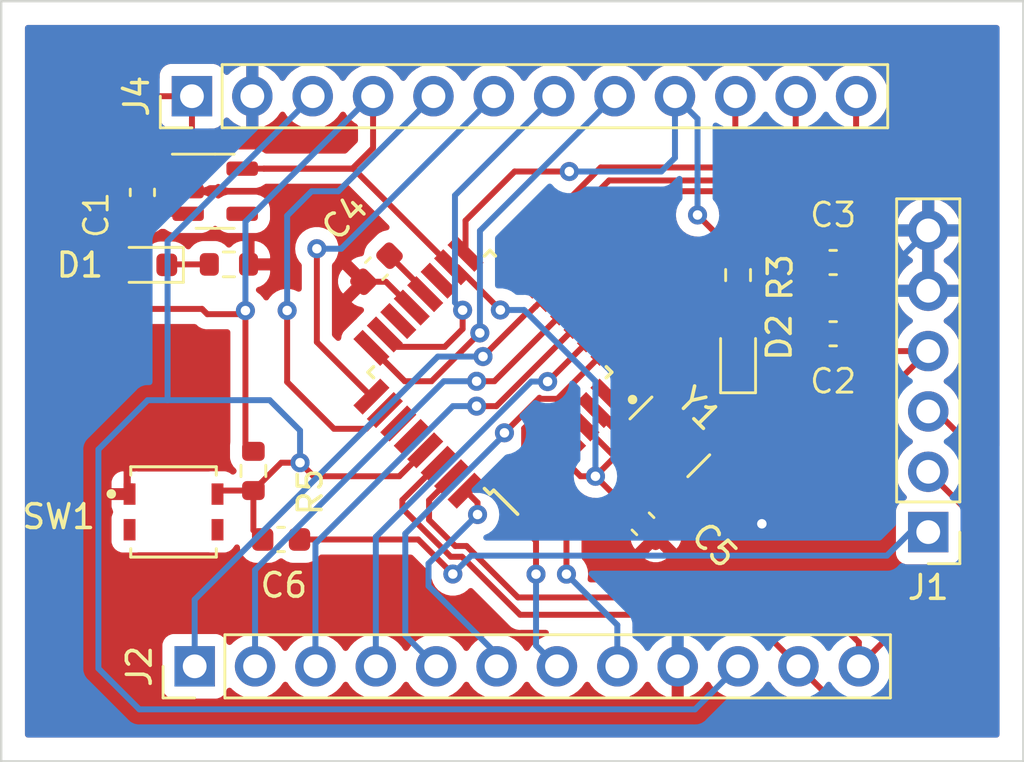
<source format=kicad_pcb>
(kicad_pcb (version 20211014) (generator pcbnew)
  (layers (0 "F.Cu" signal) (31 "B.Cu" signal) (34 "B.Paste" user) (35 "F.Paste" user) (36 "B.SilkS" user "B.Silkscreen") (37 "F.SilkS" user "F.Silkscreen") (38 "B.Mask" user) (39 "F.Mask" user) (44 "Edge.Cuts" user))
  (net 0 "")
  (net 1 "RAW")
  (net 2 "GND")
  (net 3 "VCC")
  (net 4 "Net-(C4-Pad1)")
  (net 5 "DTR")
  (net 6 "Net-(D1-Pad1)")
  (net 7 "Net-(D2-Pad2)")
  (net 8 "TX0")
  (net 9 "RXI")
  (net 10 "D9")
  (net 11 "D8")
  (net 12 "D7")
  (net 13 "D6")
  (net 14 "D5")
  (net 15 "D4")
  (net 16 "D3")
  (net 17 "D2")
  (net 18 "RESET")
  (net 19 "A3")
  (net 20 "A2")
  (net 21 "A1")
  (net 22 "A0")
  (net 23 "SCK")
  (net 24 "MISO")
  (net 25 "MOSI")
  (net 26 "D10")
  (net 27 "A7")
  (net 28 "A6")
  (net 29 "NC")
  (net 30 "Net-(U2-Pad7)")
  (net 33 "Net-(U2-Pad8)")
  (footprint "Connector_PinHeader_2.54mm:PinHeader_1x06_P2.54mm_Vertical" (layer "F.Cu") (at 174 84.35 180)
    (fp_text reference "J1" (at 0 -2.33) (layer "F.SilkS"))
    (fp_text value "Conn_01x06" hide)
    (fp_line (start -1.33 -1.33) (end 0 -1.33) (layer "F.SilkS") (width 0.12))
    (fp_line (start 1.33 1.27) (end 1.33 14.03) (layer "F.SilkS") (width 0.12))
    (fp_line (start -1.33 0) (end -1.33 -1.33) (layer "F.SilkS") (width 0.12))
    (fp_line (start -1.33 14.03) (end 1.33 14.03) (layer "F.SilkS") (width 0.12))
    (fp_line (start -1.33 1.27) (end 1.33 1.27) (layer "F.SilkS") (width 0.12))
    (fp_line (start -1.33 1.27) (end -1.33 14.03) (layer "F.SilkS") (width 0.12))
    (pad "1" thru_hole rect (at 0 0 180) (size 1.7 1.7) (drill 1) (layers *.Cu *.Mask) (net 5 "DTR"))
    (pad "2" thru_hole oval (at 0 2.54 180) (size 1.7 1.7) (drill 1) (layers *.Cu *.Mask) (net 8 "TX0"))
    (pad "3" thru_hole oval (at 0 5.08 180) (size 1.7 1.7) (drill 1) (layers *.Cu *.Mask) (net 9 "RXI"))
    (pad "4" thru_hole oval (at 0 7.62 180) (size 1.7 1.7) (drill 1) (layers *.Cu *.Mask) (net 3 "VCC"))
    (pad "5" thru_hole oval (at 0 10.16 180) (size 1.7 1.7) (drill 1) (layers *.Cu *.Mask) (net 2 "GND"))
    (pad "6" thru_hole oval (at 0 12.7 180) (size 1.7 1.7) (drill 1) (layers *.Cu *.Mask) (net 2 "GND"))
  )
  (footprint "Capacitor_SMD:C_0603_1608Metric" (layer "F.Cu") (at 170 76 180)
    (fp_text reference "C2" (at 0 -2) (layer "F.SilkS") (effects (font (thickness 0.125))))
    (fp_text value "10uF" hide)
    (fp_line (start -0.14058 0.51) (end 0.14058 0.51) (layer "F.SilkS") (width 0.12))
    (fp_line (start -0.14058 -0.51) (end 0.14058 -0.51) (layer "F.SilkS") (width 0.12))
    (pad "1" smd roundrect (at -0.775 0 180) (size 0.9 0.95) (layers "F.Cu" "F.Paste" "F.Mask") (net 3 "VCC"))
    (pad "2" smd roundrect (at 0.775 0 180) (size 0.9 0.95) (layers "F.Cu" "F.Paste" "F.Mask") (net 2 "GND"))
  )
  (footprint "Capacitor_SMD:C_0603_1608Metric" (layer "F.Cu") (at 146.775 84.66)
    (fp_text reference "C6" (at 0.115 1.93) (layer "F.SilkS"))
    (fp_text value "C_Small" hide)
    (fp_line (start -0.14058 -0.51) (end 0.14058 -0.51) (layer "F.SilkS") (width 0.12))
    (fp_line (start -0.14058 0.51) (end 0.14058 0.51) (layer "F.SilkS") (width 0.12))
    (pad "1" smd roundrect (at -0.775 0) (size 0.9 0.95) (layers "F.Cu" "F.Paste" "F.Mask") (net 18 "RESET"))
    (pad "2" smd roundrect (at 0.775 0) (size 0.9 0.95) (layers "F.Cu" "F.Paste" "F.Mask") (net 5 "DTR"))
  )
  (footprint "Resistor_SMD:R_0603_1608Metric" (layer "F.Cu") (at 166 73.53 -90)
    (fp_text reference "R3" (at 0.1 -1.77 90) (layer "F.SilkS"))
    (fp_text value "R" hide)
    (fp_line (start -0.237258 -0.5225) (end 0.237258 -0.5225) (layer "F.SilkS") (width 0.12))
    (fp_line (start -0.237258 0.5225) (end 0.237258 0.5225) (layer "F.SilkS") (width 0.12))
    (pad "1" smd roundrect (at -0.825 0 270) (size 0.8 0.95) (layers "F.Cu" "F.Paste" "F.Mask") (net 23 "SCK"))
    (pad "2" smd roundrect (at 0.825 0 270) (size 0.8 0.95) (layers "F.Cu" "F.Paste" "F.Mask") (net 7 "Net-(D2-Pad2)"))
  )
  (footprint "Package_TO_SOT_SMD:SOT-23-5" (layer "F.Cu") (at 144 70)
    (fp_text reference "U1" hide)
    (fp_text value "MIC5205-5.0YM5" hide)
    (fp_line (start 0 -1.56) (end 0.8 -1.56) (layer "F.SilkS") (width 0.12))
    (fp_line (start 0 1.56) (end 0.8 1.56) (layer "F.SilkS") (width 0.12))
    (fp_line (start 0 -1.56) (end -1.8 -1.56) (layer "F.SilkS") (width 0.12))
    (fp_line (start 0 1.56) (end -0.8 1.56) (layer "F.SilkS") (width 0.12))
    (pad "1" smd roundrect (at -1.1375 -0.95) (size 1.325 0.6) (layers "F.Cu" "F.Paste" "F.Mask") (net 1 "RAW"))
    (pad "2" smd roundrect (at -1.1375 0) (size 1.325 0.6) (layers "F.Cu" "F.Paste" "F.Mask") (net 2 "GND"))
    (pad "3" smd roundrect (at -1.1375 0.95) (size 1.325 0.6) (layers "F.Cu" "F.Paste" "F.Mask") (net 1 "RAW"))
    (pad "4" smd roundrect (at 1.1375 0.95) (size 1.325 0.6) (layers "F.Cu" "F.Paste" "F.Mask") (net 29 "NC"))
    (pad "5" smd roundrect (at 1.1375 -0.95) (size 1.325 0.6) (layers "F.Cu" "F.Paste" "F.Mask") (net 3 "VCC"))
  )
  (footprint "Package_QFP:TQFP-32_7x7mm_P0.8mm" (layer "F.Cu") (at 155.56 77.62 135)
    (fp_text reference "U2" hide)
    (fp_text value "ATmega328P-A" hide)
    (fp_line (start 3.625 -3.625) (end 3.625 -3.3) (layer "F.SilkS") (width 0.15))
    (fp_line (start -3.625 -3.625) (end -3.3 -3.625) (layer "F.SilkS") (width 0.15))
    (fp_line (start -3.625 -3.625) (end -3.625 -3.4) (layer "F.SilkS") (width 0.15))
    (fp_line (start 3.625 3.625) (end 3.625 3.3) (layer "F.SilkS") (width 0.15))
    (fp_line (start -3.625 3.625) (end -3.625 3.3) (layer "F.SilkS") (width 0.15))
    (fp_line (start 3.625 -3.625) (end 3.3 -3.625) (layer "F.SilkS") (width 0.15))
    (fp_line (start -3.625 -3.4) (end -5.05 -3.4) (layer "F.SilkS") (width 0.15))
    (fp_line (start -3.625 3.625) (end -3.3 3.625) (layer "F.SilkS") (width 0.15))
    (fp_line (start 3.625 3.625) (end 3.3 3.625) (layer "F.SilkS") (width 0.15))
    (pad "1" smd rect (at -4.25 -2.8 135) (size 1.6 0.55) (layers "F.Cu" "F.Paste" "F.Mask") (net 16 "D3"))
    (pad "2" smd rect (at -4.25 -2 135) (size 1.6 0.55) (layers "F.Cu" "F.Paste" "F.Mask") (net 15 "D4"))
    (pad "3" smd rect (at -4.25 -1.2 135) (size 1.6 0.55) (layers "F.Cu" "F.Paste" "F.Mask") (net 2 "GND"))
    (pad "4" smd rect (at -4.25 -0.4 135) (size 1.6 0.55) (layers "F.Cu" "F.Paste" "F.Mask") (net 3 "VCC"))
    (pad "5" smd rect (at -4.25 0.4 135) (size 1.6 0.55) (layers "F.Cu" "F.Paste" "F.Mask") (net 2 "GND"))
    (pad "6" smd rect (at -4.25 1.2 135) (size 1.6 0.55) (layers "F.Cu" "F.Paste" "F.Mask") (net 3 "VCC"))
    (pad "7" smd rect (at -4.25 2 135) (size 1.6 0.55) (layers "F.Cu" "F.Paste" "F.Mask") (net 30 "Net-(U2-Pad7)"))
    (pad "8" smd rect (at -4.25 2.8 135) (size 1.6 0.55) (layers "F.Cu" "F.Paste" "F.Mask") (net 33 "Net-(U2-Pad8)"))
    (pad "9" smd rect (at -2.8 4.25 225) (size 1.6 0.55) (layers "F.Cu" "F.Paste" "F.Mask") (net 14 "D5"))
    (pad "10" smd rect (at -2 4.25 225) (size 1.6 0.55) (layers "F.Cu" "F.Paste" "F.Mask") (net 13 "D6"))
    (pad "11" smd rect (at -1.2 4.25 225) (size 1.6 0.55) (layers "F.Cu" "F.Paste" "F.Mask") (net 12 "D7"))
    (pad "12" smd rect (at -0.4 4.25 225) (size 1.6 0.55) (layers "F.Cu" "F.Paste" "F.Mask") (net 11 "D8"))
    (pad "13" smd rect (at 0.4 4.25 225) (size 1.6 0.55) (layers "F.Cu" "F.Paste" "F.Mask") (net 10 "D9"))
    (pad "14" smd rect (at 1.2 4.25 225) (size 1.6 0.55) (layers "F.Cu" "F.Paste" "F.Mask") (net 26 "D10"))
    (pad "15" smd rect (at 2 4.25 225) (size 1.6 0.55) (layers "F.Cu" "F.Paste" "F.Mask") (net 25 "MOSI"))
    (pad "16" smd rect (at 2.8 4.25 225) (size 1.6 0.55) (layers "F.Cu" "F.Paste" "F.Mask") (net 24 "MISO"))
    (pad "17" smd rect (at 4.25 2.8 135) (size 1.6 0.55) (layers "F.Cu" "F.Paste" "F.Mask") (net 23 "SCK"))
    (pad "18" smd rect (at 4.25 2 135) (size 1.6 0.55) (layers "F.Cu" "F.Paste" "F.Mask") (net 3 "VCC"))
    (pad "19" smd rect (at 4.25 1.2 135) (size 1.6 0.55) (layers "F.Cu" "F.Paste" "F.Mask") (net 28 "A6"))
    (pad "20" smd rect (at 4.25 0.4 135) (size 1.6 0.55) (layers "F.Cu" "F.Paste" "F.Mask") (net 4 "Net-(C4-Pad1)"))
    (pad "21" smd rect (at 4.25 -0.4 135) (size 1.6 0.55) (layers "F.Cu" "F.Paste" "F.Mask") (net 2 "GND"))
    (pad "22" smd rect (at 4.25 -1.2 135) (size 1.6 0.55) (layers "F.Cu" "F.Paste" "F.Mask") (net 27 "A7"))
    (pad "23" smd rect (at 4.25 -2 135) (size 1.6 0.55) (layers "F.Cu" "F.Paste" "F.Mask") (net 21 "A1"))
    (pad "24" smd rect (at 4.25 -2.8 135) (size 1.6 0.55) (layers "F.Cu" "F.Paste" "F.Mask") (net 22 "A0"))
    (pad "25" smd rect (at 2.8 -4.25 225) (size 1.6 0.55) (layers "F.Cu" "F.Paste" "F.Mask") (net 20 "A2"))
    (pad "26" smd rect (at 2 -4.25 225) (size 1.6 0.55) (layers "F.Cu" "F.Paste" "F.Mask") (net 19 "A3"))
    (pad "27" smd rect (at 1.2 -4.25 225) (size 1.6 0.55) (layers "F.Cu" "F.Paste" "F.Mask"))
    (pad "28" smd rect (at 0.4 -4.25 225) (size 1.6 0.55) (layers "F.Cu" "F.Paste" "F.Mask"))
    (pad "29" smd rect (at -0.4 -4.25 225) (size 1.6 0.55) (layers "F.Cu" "F.Paste" "F.Mask") (net 18 "RESET"))
    (pad "30" smd rect (at -1.2 -4.25 225) (size 1.6 0.55) (layers "F.Cu" "F.Paste" "F.Mask") (net 9 "RXI"))
    (pad "31" smd rect (at -2 -4.25 225) (size 1.6 0.55) (layers "F.Cu" "F.Paste" "F.Mask") (net 8 "TX0"))
    (pad "32" smd rect (at -2.8 -4.25 225) (size 1.6 0.55) (layers "F.Cu" "F.Paste" "F.Mask") (net 17 "D2"))
  )
  (footprint "Connector_PinHeader_2.54mm:PinHeader_1x12_P2.54mm_Vertical" (layer "F.Cu") (at 143.14 90 90)
    (fp_text reference "J2" (at 0 -2.33 90) (layer "F.SilkS"))
    (fp_text value "Conn_01x12" hide)
    (fp_line (start -1.33 29.27) (end 1.33 29.27) (layer "F.SilkS") (width 0.12))
    (fp_line (start -1.33 1.27) (end 1.33 1.27) (layer "F.SilkS") (width 0.12))
    (fp_line (start -1.33 -1.33) (end 0 -1.33) (layer "F.SilkS") (width 0.12))
    (fp_line (start 1.33 1.27) (end 1.33 29.27) (layer "F.SilkS") (width 0.12))
    (fp_line (start -1.33 1.27) (end -1.33 29.27) (layer "F.SilkS") (width 0.12))
    (fp_line (start -1.33 0) (end -1.33 -1.33) (layer "F.SilkS") (width 0.12))
    (pad "1" thru_hole rect (at 0 0 90) (size 1.7 1.7) (drill 1) (layers *.Cu *.Mask) (net 10 "D9"))
    (pad "2" thru_hole oval (at 0 2.54 90) (size 1.7 1.7) (drill 1) (layers *.Cu *.Mask) (net 11 "D8"))
    (pad "3" thru_hole oval (at 0 5.08 90) (size 1.7 1.7) (drill 1) (layers *.Cu *.Mask) (net 12 "D7"))
    (pad "4" thru_hole oval (at 0 7.62 90) (size 1.7 1.7) (drill 1) (layers *.Cu *.Mask) (net 13 "D6"))
    (pad "5" thru_hole oval (at 0 10.16 90) (size 1.7 1.7) (drill 1) (layers *.Cu *.Mask) (net 14 "D5"))
    (pad "6" thru_hole oval (at 0 12.7 90) (size 1.7 1.7) (drill 1) (layers *.Cu *.Mask) (net 17 "D2"))
    (pad "7" thru_hole oval (at 0 15.24 90) (size 1.7 1.7) (drill 1) (layers *.Cu *.Mask) (net 16 "D3"))
    (pad "8" thru_hole oval (at 0 17.78 90) (size 1.7 1.7) (drill 1) (layers *.Cu *.Mask) (net 15 "D4"))
    (pad "9" thru_hole oval (at 0 20.32 90) (size 1.7 1.7) (drill 1) (layers *.Cu *.Mask) (net 2 "GND"))
    (pad "10" thru_hole oval (at 0 22.86 90) (size 1.7 1.7) (drill 1) (layers *.Cu *.Mask) (net 18 "RESET"))
    (pad "11" thru_hole oval (at 0 25.4 90) (size 1.7 1.7) (drill 1) (layers *.Cu *.Mask) (net 9 "RXI"))
    (pad "12" thru_hole oval (at 0 27.94 90) (size 1.7 1.7) (drill 1) (layers *.Cu *.Mask) (net 8 "TX0"))
  )
  (footprint "Library:SW_SOV-168HST" (layer "F.Cu") (at 142.25 83.5)
    (fp_text reference "SW1" (at -4.83 0.2) (layer "F.SilkS"))
    (fp_text value "SW_Push" hide)
    (fp_line (start 1.8 1.9) (end 1.8 1.55) (layer "F.SilkS") (width 0.127))
    (fp_line (start -1.8 1.9) (end -1.8 1.55) (layer "F.SilkS") (width 0.127))
    (fp_line (start 1.8 -1.9) (end 1.8 -1.55) (layer "F.SilkS") (width 0.127))
    (fp_line (start -1.8 -1.9) (end -1.8 -1.55) (layer "F.SilkS") (width 0.127))
    (fp_line (start -1.8 1.9) (end 1.8 1.9) (layer "F.SilkS") (width 0.127))
    (fp_line (start 1.8 -1.9) (end -1.8 -1.9) (layer "F.SilkS") (width 0.127))
    (fp_circle (center -2.618 -0.757) (end -2.518 -0.757) (layer "F.SilkS") (width 0.2) (fill none))
    (pad "" np_thru_hole circle (at -0.75 0) (size 0.65 0.65) (drill 0.65) (layers *.Cu *.Mask))
    (pad "" np_thru_hole circle (at 0.75 0) (size 0.65 0.65) (drill 0.65) (layers *.Cu *.Mask))
    (pad "A1" smd rect (at -1.85 -0.75 180) (size 0.5 0.9) (layers "F.Cu" "F.Paste" "F.Mask") (net 2 "GND"))
    (pad "A2" smd rect (at -1.85 0.75 180) (size 0.5 0.9) (layers "F.Cu" "F.Paste" "F.Mask"))
    (pad "B1" smd rect (at 1.85 -0.75) (size 0.5 0.9) (layers "F.Cu" "F.Paste" "F.Mask") (net 18 "RESET"))
    (pad "B2" smd rect (at 1.85 0.75) (size 0.5 0.9) (layers "F.Cu" "F.Paste" "F.Mask"))
    (zone (net 0) (net_name "") (layer "F.Cu") (connect_pads (clearance 0)) (min_thickness 0.01)
      (keepout (tracks not_allowed) (vias not_allowed) (pads not_allowed) (copperpour not_allowed) (footprints allowed))
      (fill (thermal_gap 0.508) (thermal_bridge_width 0.508))
      (polygon (pts (xy 144.05 81.8) (xy 140.45 81.8) (xy 140.45 82.3) (xy 140.65 82.3) (xy 140.65 83.2) (xy 140.45 83.2) (xy 140.45 83.8) (xy 140.65 83.8) (xy 140.65 84.7) (xy 140.45 84.7) (xy 140.45 85.2) (xy 144.05 85.2) (xy 144.05 84.7) (xy 143.85 84.7) (xy 143.85 83.8) (xy 144.05 83.8) (xy 144.05 83.2) (xy 143.85 83.2) (xy 143.85 82.3) (xy 144.05 82.3)))
    )
  )
  (footprint "Capacitor_SMD:C_0603_1608Metric" (layer "F.Cu") (at 162 84 -45)
    (fp_text reference "C5" (at 2.753462 -1.491995 135) (layer "F.SilkS"))
    (fp_text value "0.1uF" hide)
    (fp_line (start -0.14058 0.51) (end 0.14058 0.51) (layer "F.SilkS") (width 0.12))
    (fp_line (start -0.14058 -0.51) (end 0.14058 -0.51) (layer "F.SilkS") (width 0.12))
    (pad "1" smd roundrect (at -0.775 0 315) (size 0.9 0.95) (layers "F.Cu" "F.Paste" "F.Mask") (net 3 "VCC"))
    (pad "2" smd roundrect (at 0.775 0 315) (size 0.9 0.95) (layers "F.Cu" "F.Paste" "F.Mask") (net 2 "GND"))
  )
  (footprint "Capacitor_SMD:C_0603_1608Metric" (layer "F.Cu") (at 150.788008 73.261992 -135)
    (fp_text reference "C4" (at -0.568503 2.460732 45) (layer "F.SilkS"))
    (fp_text value "0.1uF" hide)
    (fp_line (start -0.14058 0.51) (end 0.14058 0.51) (layer "F.SilkS") (width 0.12))
    (fp_line (start -0.14058 -0.51) (end 0.14058 -0.51) (layer "F.SilkS") (width 0.12))
    (pad "1" smd roundrect (at -0.775 0 225) (size 0.9 0.95) (layers "F.Cu" "F.Paste" "F.Mask") (net 4 "Net-(C4-Pad1)"))
    (pad "2" smd roundrect (at 0.775 0 225) (size 0.9 0.95) (layers "F.Cu" "F.Paste" "F.Mask") (net 2 "GND"))
  )
  (footprint "Resistor_SMD:R_0603_1608Metric" (layer "F.Cu") (at 145.61 81.775 -90)
    (fp_text reference "R5" (at 0.885 -2.39 90) (layer "F.SilkS"))
    (fp_text value "R" hide)
    (fp_line (start -0.237258 -0.5225) (end 0.237258 -0.5225) (layer "F.SilkS") (width 0.12))
    (fp_line (start -0.237258 0.5225) (end 0.237258 0.5225) (layer "F.SilkS") (width 0.12))
    (pad "1" smd roundrect (at -0.825 0 270) (size 0.8 0.95) (layers "F.Cu" "F.Paste" "F.Mask") (net 3 "VCC"))
    (pad "2" smd roundrect (at 0.825 0 270) (size 0.8 0.95) (layers "F.Cu" "F.Paste" "F.Mask") (net 18 "RESET"))
  )
  (footprint "Resistor_SMD:R_0603_1608Metric" (layer "F.Cu") (at 144.58 73.08)
    (fp_text reference "R1" hide)
    (fp_text value "10k" hide)
    (fp_line (start -0.237258 -0.5225) (end 0.237258 -0.5225) (layer "F.SilkS") (width 0.12))
    (fp_line (start -0.237258 0.5225) (end 0.237258 0.5225) (layer "F.SilkS") (width 0.12))
    (pad "1" smd roundrect (at -0.825 0) (size 0.8 0.95) (layers "F.Cu" "F.Paste" "F.Mask") (net 6 "Net-(D1-Pad1)"))
    (pad "2" smd roundrect (at 0.825 0) (size 0.8 0.95) (layers "F.Cu" "F.Paste" "F.Mask") (net 2 "GND"))
  )
  (footprint "Connector_PinHeader_2.54mm:PinHeader_1x12_P2.54mm_Vertical" (layer "F.Cu") (at 143.025 66 90)
    (fp_text reference "J4" (at 0 -2.33 90) (layer "F.SilkS"))
    (fp_text value "Conn_01x12" hide)
    (fp_line (start 1.33 1.27) (end 1.33 29.27) (layer "F.SilkS") (width 0.12))
    (fp_line (start -1.33 29.27) (end 1.33 29.27) (layer "F.SilkS") (width 0.12))
    (fp_line (start -1.33 -1.33) (end 0 -1.33) (layer "F.SilkS") (width 0.12))
    (fp_line (start -1.33 1.27) (end -1.33 29.27) (layer "F.SilkS") (width 0.12))
    (fp_line (start -1.33 1.27) (end 1.33 1.27) (layer "F.SilkS") (width 0.12))
    (fp_line (start -1.33 0) (end -1.33 -1.33) (layer "F.SilkS") (width 0.12))
    (pad "1" thru_hole rect (at 0 0 90) (size 1.7 1.7) (drill 1) (layers *.Cu *.Mask) (net 1 "RAW"))
    (pad "2" thru_hole oval (at 0 2.54 90) (size 1.7 1.7) (drill 1) (layers *.Cu *.Mask) (net 2 "GND"))
    (pad "3" thru_hole oval (at 0 5.08 90) (size 1.7 1.7) (drill 1) (layers *.Cu *.Mask) (net 18 "RESET"))
    (pad "4" thru_hole oval (at 0 7.62 90) (size 1.7 1.7) (drill 1) (layers *.Cu *.Mask) (net 3 "VCC"))
    (pad "5" thru_hole oval (at 0 10.16 90) (size 1.7 1.7) (drill 1) (layers *.Cu *.Mask) (net 19 "A3"))
    (pad "6" thru_hole oval (at 0 12.7 90) (size 1.7 1.7) (drill 1) (layers *.Cu *.Mask) (net 20 "A2"))
    (pad "7" thru_hole oval (at 0 15.24 90) (size 1.7 1.7) (drill 1) (layers *.Cu *.Mask) (net 21 "A1"))
    (pad "8" thru_hole oval (at 0 17.78 90) (size 1.7 1.7) (drill 1) (layers *.Cu *.Mask) (net 22 "A0"))
    (pad "9" thru_hole oval (at 0 20.32 90) (size 1.7 1.7) (drill 1) (layers *.Cu *.Mask) (net 23 "SCK"))
    (pad "10" thru_hole oval (at 0 22.86 90) (size 1.7 1.7) (drill 1) (layers *.Cu *.Mask) (net 24 "MISO"))
    (pad "11" thru_hole oval (at 0 25.4 90) (size 1.7 1.7) (drill 1) (layers *.Cu *.Mask) (net 25 "MOSI"))
    (pad "12" thru_hole oval (at 0 27.94 90) (size 1.7 1.7) (drill 1) (layers *.Cu *.Mask) (net 26 "D10"))
  )
  (footprint "Capacitor_SMD:C_0603_1608Metric" (layer "F.Cu") (at 170 73 180)
    (fp_text reference "C3" (at 0 2) (layer "F.SilkS") (effects (font (thickness 0.125))))
    (fp_text value "0.1uF" hide)
    (fp_line (start -0.14058 -0.51) (end 0.14058 -0.51) (layer "F.SilkS") (width 0.12))
    (fp_line (start -0.14058 0.51) (end 0.14058 0.51) (layer "F.SilkS") (width 0.12))
    (pad "1" smd roundrect (at -0.775 0 180) (size 0.9 0.95) (layers "F.Cu" "F.Paste" "F.Mask") (net 3 "VCC"))
    (pad "2" smd roundrect (at 0.775 0 180) (size 0.9 0.95) (layers "F.Cu" "F.Paste" "F.Mask") (net 2 "GND"))
  )
  (footprint "LED_SMD:LED_0603_1608Metric" (layer "F.Cu") (at 141.18 73.1 180)
    (fp_text reference "D1" (at 2.87 -0.01) (layer "F.SilkS"))
    (fp_text value "RED" hide)
    (fp_line (start 0.8 -0.735) (end -1.485 -0.735) (layer "F.SilkS") (width 0.12))
    (fp_line (start -1.485 -0.735) (end -1.485 0.735) (layer "F.SilkS") (width 0.12))
    (fp_line (start -1.485 0.735) (end 0.8 0.735) (layer "F.SilkS") (width 0.12))
    (pad "1" smd roundrect (at -0.7875 0 180) (size 0.875 0.95) (layers "F.Cu" "F.Paste" "F.Mask") (net 6 "Net-(D1-Pad1)"))
    (pad "2" smd roundrect (at 0.7875 0 180) (size 0.875 0.95) (layers "F.Cu" "F.Paste" "F.Mask") (net 3 "VCC"))
  )
  (footprint "crystal:OSC_CSTNE16M0V51Z000R0" (layer "F.Cu") (at 163.13 80.34 -45)
    (fp_text reference "Y1" (at 0.031999 -1.7064 135) (layer "F.SilkS"))
    (fp_text value "Resonator_Small" hide)
    (fp_line (start 1.72 -0.65) (end 1.72 0.65) (layer "F.SilkS") (width 0.127))
    (fp_line (start -1.72 -0.65) (end -1.72 0.65) (layer "F.SilkS") (width 0.127))
    (fp_circle (center -2.22 0) (end -2.12 0) (layer "F.SilkS") (width 0.2) (fill none))
    (pad "1" smd rect (at -1.2 0 315) (size 0.4 1.9) (layers "F.Cu" "F.Paste" "F.Mask") (net 33 "Net-(U2-Pad8)"))
    (pad "2" smd rect (at 0 0 315) (size 0.4 1.9) (layers "F.Cu" "F.Paste" "F.Mask") (net 2 "GND"))
    (pad "3" smd rect (at 1.2 0 315) (size 0.4 1.9) (layers "F.Cu" "F.Paste" "F.Mask") (net 30 "Net-(U2-Pad7)"))
  )
  (footprint "LED_SMD:LED_0603_1608Metric" (layer "F.Cu") (at 166 77 90)
    (fp_text reference "D2" (at 0.85 1.73 90) (layer "F.SilkS"))
    (fp_text value "Green" hide)
    (fp_line (start -1.485 -0.735) (end -1.485 0.735) (layer "F.SilkS") (width 0.12))
    (fp_line (start -1.485 0.735) (end 0.8 0.735) (layer "F.SilkS") (width 0.12))
    (fp_line (start 0.8 -0.735) (end -1.485 -0.735) (layer "F.SilkS") (width 0.12))
    (pad "1" smd roundrect (at -0.7875 0 90) (size 0.875 0.95) (layers "F.Cu" "F.Paste" "F.Mask") (net 2 "GND"))
    (pad "2" smd roundrect (at 0.7875 0 90) (size 0.875 0.95) (layers "F.Cu" "F.Paste" "F.Mask") (net 7 "Net-(D2-Pad2)"))
  )
  (footprint "Capacitor_SMD:C_0603_1608Metric" (layer "F.Cu") (at 140.94 70.05 90)
    (fp_text reference "C1" (at -0.95 -1.94 90) (layer "F.SilkS") (effects (font (thickness 0.125))))
    (fp_text value "10uF" hide)
    (fp_line (start -0.14058 0.51) (end 0.14058 0.51) (layer "F.SilkS") (width 0.12))
    (fp_line (start -0.14058 -0.51) (end 0.14058 -0.51) (layer "F.SilkS") (width 0.12))
    (pad "1" smd roundrect (at -0.775 0 90) (size 0.9 0.95) (layers "F.Cu" "F.Paste" "F.Mask") (net 1 "RAW"))
    (pad "2" smd roundrect (at 0.775 0 90) (size 0.9 0.95) (layers "F.Cu" "F.Paste" "F.Mask") (net 2 "GND"))
  )
  (gr_line (start 135 94) (end 135 62) (layer "Edge.Cuts") (width 0.1))
  (gr_line (start 178 94) (end 135 94) (layer "Edge.Cuts") (width 0.1))
  (gr_line (start 178 62) (end 178 94) (layer "Edge.Cuts") (width 0.1))
  (gr_line (start 135 62) (end 178 62) (layer "Edge.Cuts") (width 0.1))
  (segment (start 140.94 70.825) (end 140.825 70.825) (width 0.25) (layer "F.Cu") (net 1))
  (segment (start 141.065 70.95) (end 140.94 70.825) (width 0.25) (layer "F.Cu") (net 1))
  (segment (start 140.825 70.825) (end 139.115 69.115) (width 0.25) (layer "F.Cu") (net 1))
  (segment (start 143.025 68.8875) (end 142.8625 69.05) (width 0.25) (layer "F.Cu") (net 1))
  (segment (start 139.115 67.885) (end 141 66) (width 0.25) (layer "F.Cu") (net 1))
  (segment (start 143.025 66) (end 143.025 68.8875) (width 0.25) (layer "F.Cu") (net 1))
  (segment (start 142.8625 70.95) (end 141.065 70.95) (width 0.25) (layer "F.Cu") (net 1))
  (segment (start 141 66) (end 143.025 66) (width 0.25) (layer "F.Cu") (net 1))
  (segment (start 139.115 69.115) (end 139.115 67.885) (width 0.25) (layer "F.Cu") (net 1))
  (segment (start 157.958406 79.45272) (end 157.529605 79.45272) (width 0.25) (layer "F.Cu") (net 2))
  (segment (start 157.716676 81.473732) (end 160.790952 84.548008) (width 0.25) (layer "F.Cu") (net 2))
  (segment (start 157 80.757056) (end 157.716676 81.473732) (width 0.25) (layer "F.Cu") (net 2))
  (segment (start 166 77.7875) (end 163.4475 80.34) (width 0.25) (layer "F.Cu") (net 2))
  (segment (start 169.225 76) (end 169.225 77) (width 0.25) (layer "F.Cu") (net 2))
  (segment (start 157 79.982325) (end 157 80.757056) (width 0.25) (layer "F.Cu") (net 2))
  (segment (start 169.225 76) (end 169.225 73) (width 0.25) (layer "F.Cu") (net 2))
  (segment (start 141.665 70) (end 142.8625 70) (width 0.25) (layer "F.Cu") (net 2))
  (segment (start 151.184314 73.81) (end 152.271953 74.897639) (width 0.25) (layer "F.Cu") (net 2))
  (segment (start 168.4375 77.7875) (end 166 77.7875) (width 0.25) (layer "F.Cu") (net 2))
  (segment (start 140.94 69.275) (end 141.665 70) (width 0.25) (layer "F.Cu") (net 2))
  (segment (start 158.848047 80.342361) (end 157.958406 79.45272) (width 0.25) (layer "F.Cu") (net 2))
  (segment (start 150.24 73.81) (end 151.184314 73.81) (width 0.25) (layer "F.Cu") (net 2))
  (segment (start 160.790952 84.548008) (end 162.548008 84.548008) (width 0.25) (layer "F.Cu") (net 2))
  (segment (start 163.4475 80.34) (end 163.13 80.34) (width 0.25) (layer "F.Cu") (net 2))
  (segment (start 162.548008 84.548008) (end 163.096016 84) (width 0.25) (layer "F.Cu") (net 2))
  (segment (start 157.529605 79.45272) (end 157 79.982325) (width 0.25) (layer "F.Cu") (net 2))
  (segment (start 169.225 77) (end 168.4375 77.7875) (width 0.25) (layer "F.Cu") (net 2))
  (segment (start 163.096016 84) (end 167 84) (width 0.25) (layer "F.Cu") (net 2))
  (via (at 167 84) (size 0.8) (drill 0.4) (layers "F.Cu" "B.Cu") (net 2))
  (segment (start 167 84) (end 167 78.65) (width 0.25) (layer "B.Cu") (net 2))
  (segment (start 167 78.65) (end 174 71.65) (width 0.25) (layer "B.Cu") (net 2))
  (segment (start 160 82) (end 160.818528 81.181472) (width 0.25) (layer "F.Cu") (net 3))
  (segment (start 162.637056 83) (end 167.73 83) (width 0.25) (layer "F.Cu") (net 3))
  (segment (start 149.818427 69.05) (end 146.05 69.05) (width 0.25) (layer "F.Cu") (net 3))
  (segment (start 140.65 74.955) (end 140.65 73.3575) (width 0.25) (layer "F.Cu") (net 3))
  (segment (start 150.645 66) (end 150.645 68.1775) (width 0.25) (layer "F.Cu") (net 3))
  (segment (start 174 76.73) (end 171.505 76.73) (width 0.25) (layer "F.Cu") (net 3))
  (segment (start 170.775 73) (end 170.775 76) (width 0.25) (layer "F.Cu") (net 3))
  (segment (start 149.7725 69.05) (end 146.05 69.05) (width 0.25) (layer "F.Cu") (net 3))
  (segment (start 159.374314 82) (end 158.282361 80.908047) (width 0.25) (layer "F.Cu") (net 3))
  (segment (start 153.96901 73.200583) (end 149.818427 69.05) (width 0.25) (layer "F.Cu") (net 3))
  (segment (start 160 82) (end 161.451992 83.451992) (width 0.25) (layer "F.Cu") (net 3))
  (segment (start 143.67 75.175) (end 145.295 75.175) (width 0.25) (layer "F.Cu") (net 3))
  (segment (start 171.505 76.73) (end 170.775 76) (width 0.25) (layer "F.Cu") (net 3))
  (segment (start 153.96901 73.200583) (end 154.200583 73.200583) (width 0.25) (layer "F.Cu") (net 3))
  (segment (start 146.05 69.05) (end 145.1375 69.05) (width 0.25) (layer "F.Cu") (net 3))
  (segment (start 154.200583 73.200583) (end 156 75) (width 0.25) (layer "F.Cu") (net 3))
  (segment (start 140.65 73.3575) (end 140.3925 73.1) (width 0.25) (layer "F.Cu") (net 3))
  (segment (start 140.65 74.955) (end 143.45 74.955) (width 0.25) (layer "F.Cu") (net 3))
  (segment (start 159.413732 79.776676) (end 160.818528 81.181472) (width 0.25) (layer "F.Cu") (net 3))
  (segment (start 145.275 80.615) (end 145.61 80.95) (width 0.25) (layer "F.Cu") (net 3))
  (segment (start 145.275 75.025) (end 145.275 80.615) (width 0.25) (layer "F.Cu") (net 3))
  (segment (start 143.45 74.955) (end 143.67 75.175) (width 0.25) (layer "F.Cu") (net 3))
  (segment (start 145.295 75.175) (end 145.36 75.11) (width 0.25) (layer "F.Cu") (net 3))
  (segment (start 167.73 83) (end 174 76.73) (width 0.25) (layer "F.Cu") (net 3))
  (segment (start 150.645 68.1775) (end 149.7725 69.05) (width 0.25) (layer "F.Cu") (net 3))
  (segment (start 160 82) (end 159.374314 82) (width 0.25) (layer "F.Cu") (net 3))
  (segment (start 160.818528 81.181472) (end 162.637056 83) (width 0.25) (layer "F.Cu") (net 3))
  (via (at 145.275 75.025) (size 0.8) (drill 0.4) (layers "F.Cu" "B.Cu") (net 3))
  (via (at 156 75) (size 0.8) (drill 0.4) (layers "F.Cu" "B.Cu") (net 3))
  (via (at 160 82) (size 0.8) (drill 0.4) (layers "F.Cu" "B.Cu") (net 3))
  (segment (start 145.275 71.285) (end 145.275 75.025) (width 0.25) (layer "B.Cu") (net 3))
  (segment (start 150.645 66) (end 150.56 66) (width 0.25) (layer "B.Cu") (net 3))
  (segment (start 157 75) (end 160 78) (width 0.25) (layer "B.Cu") (net 3))
  (segment (start 160 78) (end 160 82) (width 0.25) (layer "B.Cu") (net 3))
  (segment (start 156 75) (end 157 75) (width 0.25) (layer "B.Cu") (net 3))
  (segment (start 150.56 66) (end 145.275 71.285) (width 0.25) (layer "B.Cu") (net 3))
  (segment (start 152.837639 74.331953) (end 152.837639 74.215607) (width 0.25) (layer "F.Cu") (net 4))
  (segment (start 152.837639 74.215607) (end 151.336016 72.713984) (width 0.25) (layer "F.Cu") (net 4))
  (segment (start 154 86.115) (end 152.545 84.66) (width 0.25) (layer "F.Cu") (net 5))
  (segment (start 152.545 84.66) (end 147.55 84.66) (width 0.25) (layer "F.Cu") (net 5))
  (via (at 154 86.115) (size 0.8) (drill 0.4) (layers "F.Cu" "B.Cu") (net 5))
  (segment (start 154 86.115) (end 154.775 85.34) (width 0.25) (layer "B.Cu") (net 5))
  (segment (start 172.26 85.34) (end 173.25 84.35) (width 0.25) (layer "B.Cu") (net 5))
  (segment (start 154.775 85.34) (end 172.26 85.34) (width 0.25) (layer "B.Cu") (net 5))
  (segment (start 173.25 84.35) (end 174 84.35) (width 0.25) (layer "B.Cu") (net 5))
  (segment (start 143.755 73.08) (end 141.9875 73.08) (width 0.25) (layer "F.Cu") (net 6))
  (segment (start 141.9875 73.08) (end 141.9675 73.1) (width 0.25) (layer "F.Cu") (net 6))
  (segment (start 166 76.2125) (end 166 74.355) (width 0.25) (layer "F.Cu") (net 7))
  (segment (start 153.96901 82.039417) (end 153 83.008427) (width 0.25) (layer "F.Cu") (net 8))
  (segment (start 153 83.834516) (end 154.100053 84.934569) (width 0.25) (layer "F.Cu") (net 8))
  (segment (start 171.08 88.99) (end 171.08 90) (width 0.25) (layer "F.Cu") (net 8))
  (segment (start 156.740242 87.1) (end 169.19 87.1) (width 0.25) (layer "F.Cu") (net 8))
  (segment (start 169.19 87.1) (end 171.08 88.99) (width 0.25) (layer "F.Cu") (net 8))
  (segment (start 175.72 83.53) (end 174 81.81) (width 0.25) (layer "F.Cu") (net 8))
  (segment (start 154.574812 84.93457) (end 156.740242 87.1) (width 0.25) (layer "F.Cu") (net 8))
  (segment (start 153 83.008427) (end 153 83.834516) (width 0.25) (layer "F.Cu") (net 8))
  (segment (start 154.100053 84.934569) (end 154.574812 84.93457) (width 0.25) (layer "F.Cu") (net 8))
  (segment (start 171.08 90) (end 175.72 85.36) (width 0.25) (layer "F.Cu") (net 8))
  (segment (start 175.72 85.36) (end 175.72 83.53) (width 0.25) (layer "F.Cu") (net 8))
  (segment (start 151.877056 83) (end 151.877056 83.351814) (width 0.25) (layer "F.Cu") (net 9))
  (segment (start 168.54 90) (end 170.54 92) (width 0.25) (layer "F.Cu") (net 9))
  (segment (start 170.54 92) (end 173 92) (width 0.25) (layer "F.Cu") (net 9))
  (segment (start 153.912531 85.387289) (end 154.387289 85.387289) (width 0.25) (layer "F.Cu") (net 9))
  (segment (start 166.37 87.83) (end 168.54 90) (width 0.25) (layer "F.Cu") (net 9))
  (segment (start 176.32 81.25) (end 174.34 79.27) (width 0.25) (layer "F.Cu") (net 9))
  (segment (start 176.32 88.68) (end 176.32 81.25) (width 0.25) (layer "F.Cu") (net 9))
  (segment (start 153.403324 81.473732) (end 151.877056 83) (width 0.25) (layer "F.Cu") (net 9))
  (segment (start 154.387289 85.387289) (end 156.83 87.83) (width 0.25) (layer "F.Cu") (net 9))
  (segment (start 156.83 87.83) (end 166.37 87.83) (width 0.25) (layer "F.Cu") (net 9))
  (segment (start 151.877056 83.351814) (end 153.912531 85.387289) (width 0.25) (layer "F.Cu") (net 9))
  (segment (start 174.34 79.27) (end 174 79.27) (width 0.25) (layer "F.Cu") (net 9))
  (segment (start 173 92) (end 176.32 88.68) (width 0.25) (layer "F.Cu") (net 9))
  (segment (start 157.215305 75.115489) (end 157.476666 74.854128) (width 0.25) (layer "F.Cu") (net 10))
  (segment (start 158.003367 74.331953) (end 158.282361 74.331953) (width 0.25) (layer "F.Cu") (net 10))
  (segment (start 157.476666 74.854128) (end 157.481192 74.854128) (width 0.25) (layer "F.Cu") (net 10))
  (segment (start 157.115008 75.115489) (end 157.215305 75.115489) (width 0.25) (layer "F.Cu") (net 10))
  (segment (start 157.481192 74.854128) (end 158.003367 74.331953) (width 0.25) (layer "F.Cu") (net 10))
  (segment (start 155.27 76.960497) (end 157.115008 75.115489) (width 0.25) (layer "F.Cu") (net 10))
  (via (at 155.27 76.960497) (size 0.8) (drill 0.4) (layers "F.Cu" "B.Cu") (net 10))
  (segment (start 155.27 76.960497) (end 153.369503 76.960497) (width 0.25) (layer "B.Cu") (net 10))
  (segment (start 143.14 87.19) (end 143.14 90) (width 0.25) (layer "B.Cu") (net 10))
  (segment (start 153.369503 76.960497) (end 143.14 87.19) (width 0.25) (layer "B.Cu") (net 10))
  (segment (start 155 78) (end 155.745686 78) (width 0.25) (layer "F.Cu") (net 11))
  (segment (start 155.745686 78) (end 158.848047 74.897639) (width 0.25) (layer "F.Cu") (net 11))
  (via (at 155 78) (size 0.8) (drill 0.4) (layers "F.Cu" "B.Cu") (net 11))
  (segment (start 155 78) (end 153.62 78) (width 0.25) (layer "B.Cu") (net 11))
  (segment (start 145.68 85.94) (end 145.68 90) (width 0.25) (layer "B.Cu") (net 11))
  (segment (start 153.62 78) (end 145.68 85.94) (width 0.25) (layer "B.Cu") (net 11))
  (segment (start 155 79.04635) (end 155.830706 79.04635) (width 0.25) (layer "F.Cu") (net 12))
  (segment (start 155.830706 79.04635) (end 159.413732 75.463324) (width 0.25) (layer "F.Cu") (net 12))
  (via (at 155 79.04635) (size 0.8) (drill 0.4) (layers "F.Cu" "B.Cu") (net 12))
  (segment (start 148.22 84.83) (end 148.22 90) (width 0.25) (layer "B.Cu") (net 12))
  (segment (start 154.00365 79.04635) (end 148.22 84.83) (width 0.25) (layer "B.Cu") (net 12))
  (segment (start 155 79.04635) (end 154.00365 79.04635) (width 0.25) (layer "B.Cu") (net 12))
  (segment (start 157.987701 78.012299) (end 157.996128 78.012299) (width 0.25) (layer "F.Cu") (net 13))
  (segment (start 157.996128 78.012299) (end 159.979417 76.02901) (width 0.25) (layer "F.Cu") (net 13))
  (via (at 157.987701 78.012299) (size 0.8) (drill 0.4) (layers "F.Cu" "B.Cu") (net 13))
  (segment (start 157.30066 78.012299) (end 150.76 84.552959) (width 0.25) (layer "B.Cu") (net 13))
  (segment (start 150.76 84.552959) (end 150.76 90) (width 0.25) (layer "B.Cu") (net 13))
  (segment (start 157.987701 78.012299) (end 157.30066 78.012299) (width 0.25) (layer "B.Cu") (net 13))
  (segment (start 156.171042 80.171041) (end 157.644173 78.69791) (width 0.25) (layer "F.Cu") (net 14))
  (segment (start 158.399788 78.74001) (end 160.545103 76.594695) (width 0.25) (layer "F.Cu") (net 14))
  (segment (start 157.644173 78.69791) (end 157.686272 78.74001) (width 0.25) (layer "F.Cu") (net 14))
  (segment (start 157.686272 78.74001) (end 158.399788 78.74001) (width 0.25) (layer "F.Cu") (net 14))
  (via (at 156.171042 80.171041) (size 0.8) (drill 0.4) (layers "F.Cu" "B.Cu") (net 14))
  (segment (start 156.171042 80.243572) (end 152 84.414614) (width 0.25) (layer "B.Cu") (net 14))
  (segment (start 152 88.7) (end 153.3 90) (width 0.25) (layer "B.Cu") (net 14))
  (segment (start 156.171042 80.171041) (end 156.171042 80.243572) (width 0.25) (layer "B.Cu") (net 14))
  (segment (start 152 84.414614) (end 152 88.7) (width 0.25) (layer "B.Cu") (net 14))
  (segment (start 158.78 83.668427) (end 157.15099 82.039417) (width 0.25) (layer "F.Cu") (net 15))
  (segment (start 158.78 86.12) (end 158.78 83.668427) (width 0.25) (layer "F.Cu") (net 15))
  (via (at 158.78 86.12) (size 0.8) (drill 0.4) (layers "F.Cu" "B.Cu") (net 15))
  (segment (start 160.92 90) (end 160.92 88.26) (width 0.25) (layer "B.Cu") (net 15))
  (segment (start 160.92 88.26) (end 158.78 86.12) (width 0.25) (layer "B.Cu") (net 15))
  (segment (start 156.585305 83.805305) (end 156.585305 82.605103) (width 0.25) (layer "F.Cu") (net 16))
  (segment (start 157.5 84.72) (end 156.585305 83.805305) (width 0.25) (layer "F.Cu") (net 16))
  (segment (start 157.5 86.12) (end 157.5 84.72) (width 0.25) (layer "F.Cu") (net 16))
  (via (at 157.5 86.12) (size 0.8) (drill 0.4) (layers "F.Cu" "B.Cu") (net 16))
  (segment (start 157.5 89.12) (end 157.5 86.12) (width 0.25) (layer "B.Cu") (net 16))
  (segment (start 158.38 90) (end 157.5 89.12) (width 0.25) (layer "B.Cu") (net 16))
  (segment (start 155.04 83.61) (end 155.04 83.110408) (width 0.25) (layer "F.Cu") (net 17))
  (segment (start 155.04 83.110408) (end 154.534695 82.605103) (width 0.25) (layer "F.Cu") (net 17))
  (via (at 155.04 83.61) (size 0.8) (drill 0.4) (layers "F.Cu" "B.Cu") (net 17))
  (segment (start 152.977289 85.672711) (end 155.04 83.61) (width 0.25) (layer "B.Cu") (net 17))
  (segment (start 152.977289 86.617289) (end 152.977289 85.672711) (width 0.25) (layer "B.Cu") (net 17))
  (segment (start 155.84 89.48) (end 152.977289 86.617289) (width 0.25) (layer "B.Cu") (net 17))
  (segment (start 155.84 90) (end 155.84 89.48) (width 0.25) (layer "B.Cu") (net 17))
  (segment (start 152.837639 80.908047) (end 151.745686 82) (width 0.25) (layer "F.Cu") (net 18))
  (segment (start 147.112979 81.427021) (end 146.782979 81.427021) (width 0.25) (layer "F.Cu") (net 18))
  (segment (start 145.61 84.27) (end 146 84.66) (width 0.25) (layer "F.Cu") (net 18))
  (segment (start 147.572979 81.427021) (end 147.112979 81.427021) (width 0.25) (layer "F.Cu") (net 18))
  (segment (start 145.61 82.6) (end 145.61 84.27) (width 0.25) (layer "F.Cu") (net 18))
  (segment (start 151.745686 82) (end 148.145958 82) (width 0.25) (layer "F.Cu") (net 18))
  (segment (start 145.61 82.6) (end 144.25 82.6) (width 0.25) (layer "F.Cu") (net 18))
  (segment (start 144.25 82.6) (end 144.1 82.75) (width 0.25) (layer "F.Cu") (net 18))
  (segment (start 148.145958 82) (end 147.572979 81.427021) (width 0.25) (layer "F.Cu") (net 18))
  (segment (start 146.782979 81.427021) (end 145.61 82.6) (width 0.25) (layer "F.Cu") (net 18))
  (via (at 147.572979 81.427021) (size 0.8) (drill 0.4) (layers "F.Cu" "B.Cu") (net 18))
  (segment (start 164.19 91.81) (end 140.81 91.81) (width 0.25) (layer "B.Cu") (net 18))
  (segment (start 142 72.105) (end 148.105 66) (width 0.25) (layer "B.Cu") (net 18))
  (segment (start 142 78.795386) (end 142 72.105) (width 0.25) (layer "B.Cu") (net 18))
  (segment (start 140.81 91.81) (end 139.09 90.09) (width 0.25) (layer "B.Cu") (net 18))
  (segment (start 141.164614 78.795386) (end 142 78.795386) (width 0.25) (layer "B.Cu") (net 18))
  (segment (start 146.295386 78.795386) (end 147.572979 80.072979) (width 0.25) (layer "B.Cu") (net 18))
  (segment (start 142 78.795386) (end 146.295386 78.795386) (width 0.25) (layer "B.Cu") (net 18))
  (segment (start 139.09 90.09) (end 139.09 80.87) (width 0.25) (layer "B.Cu") (net 18))
  (segment (start 166 90) (end 164.19 91.81) (width 0.25) (layer "B.Cu") (net 18))
  (segment (start 139.09 80.87) (end 141.164614 78.795386) (width 0.25) (layer "B.Cu") (net 18))
  (segment (start 147.572979 80.072979) (end 147.572979 81.427021) (width 0.25) (layer "B.Cu") (net 18))
  (segment (start 147.03 78.03) (end 149 80) (width 0.25) (layer "F.Cu") (net 19))
  (segment (start 149 80) (end 150.351573 80) (width 0.25) (layer "F.Cu") (net 19))
  (segment (start 147.03 75.02) (end 147.03 78.03) (width 0.25) (layer "F.Cu") (net 19))
  (segment (start 150.351573 80) (end 151.140583 79.21099) (width 0.25) (layer "F.Cu") (net 19))
  (via (at 147.03 75.02) (size 0.8) (drill 0.4) (layers "F.Cu" "B.Cu") (net 19))
  (segment (start 149.185 70) (end 153.185 66) (width 0.25) (layer "B.Cu") (net 19))
  (segment (start 147.03 75.02) (end 147.03 71.03) (width 0.25) (layer "B.Cu") (net 19))
  (segment (start 147.03 71.03) (end 148.06 70) (width 0.25) (layer "B.Cu") (net 19))
  (segment (start 148.06 70) (end 149.185 70) (width 0.25) (layer "B.Cu") (net 19))
  (segment (start 148.28 76.350408) (end 150.574897 78.645305) (width 0.25) (layer "F.Cu") (net 20))
  (segment (start 148.28 72.42) (end 148.28 76.350408) (width 0.25) (layer "F.Cu") (net 20))
  (via (at 148.28 72.42) (size 0.8) (drill 0.4) (layers "F.Cu" "B.Cu") (net 20))
  (segment (start 148.28 72.42) (end 149.305 72.42) (width 0.25) (layer "B.Cu") (net 20))
  (segment (start 149.305 72.42) (end 155.725 66) (width 0.25) (layer "B.Cu") (net 20))
  (segment (start 153.658619 76.551184) (end 151.662757 76.551184) (width 0.25) (layer "F.Cu") (net 21))
  (segment (start 151.662757 76.551184) (end 151.140583 76.02901) (width 0.25) (layer "F.Cu") (net 21))
  (segment (start 154.4123 75.797503) (end 153.658619 76.551184) (width 0.25) (layer "F.Cu") (net 21))
  (segment (start 154.4123 75.007305) (end 154.4123 75.797503) (width 0.25) (layer "F.Cu") (net 21))
  (via (at 154.4123 75.007305) (size 0.8) (drill 0.4) (layers "F.Cu" "B.Cu") (net 21))
  (segment (start 154.09 74.685005) (end 154.09 70.175) (width 0.25) (layer "B.Cu") (net 21))
  (segment (start 154.09 70.175) (end 158.265 66) (width 0.25) (layer "B.Cu") (net 21))
  (segment (start 154.4123 75.007305) (end 154.09 74.685005) (width 0.25) (layer "B.Cu") (net 21))
  (segment (start 153.102368 78) (end 151.980202 78) (width 0.25) (layer "F.Cu") (net 22))
  (segment (start 151.980202 78) (end 150.574897 76.594695) (width 0.25) (layer "F.Cu") (net 22))
  (segment (start 155.135514 75.966854) (end 153.102368 78) (width 0.25) (layer "F.Cu") (net 22))
  (via (at 155.135514 75.966854) (size 0.8) (drill 0.4) (layers "F.Cu" "B.Cu") (net 22))
  (segment (start 155.14 71.665) (end 160.805 66) (width 0.25) (layer "B.Cu") (net 22))
  (segment (start 155.135514 75.966854) (end 155.14 75.962368) (width 0.25) (layer "B.Cu") (net 22))
  (segment (start 155.14 75.962368) (end 155.14 71.665) (width 0.25) (layer "B.Cu") (net 22))
  (segment (start 158.9 69.17) (end 156.6 69.17) (width 0.25) (layer "F.Cu") (net 23))
  (segment (start 166 72.705) (end 164.295 71) (width 0.25) (layer "F.Cu") (net 23))
  (segment (start 156.6 69.17) (end 154.534695 71.235305) (width 0.25) (layer "F.Cu") (net 23))
  (segment (start 154.534695 71.235305) (end 154.534695 72.634897) (width 0.25) (layer "F.Cu") (net 23))
  (via (at 158.9 69.17) (size 0.8) (drill 0.4) (layers "F.Cu" "B.Cu") (net 23))
  (via (at 164.295 71) (size 0.8) (drill 0.4) (layers "F.Cu" "B.Cu") (net 23))
  (segment (start 163.345 68.595) (end 163.12 68.82) (width 0.25) (layer "B.Cu") (net 23))
  (segment (start 163.345 66) (end 163.345 68.595) (width 0.25) (layer "B.Cu") (net 23))
  (segment (start 162.77 69.17) (end 158.9 69.17) (width 0.25) (layer "B.Cu") (net 23))
  (segment (start 164.295 66.95) (end 163.345 66) (width 0.25) (layer "B.Cu") (net 23))
  (segment (start 163.12 68.82) (end 162.77 69.17) (width 0.25) (layer "B.Cu") (net 23))
  (segment (start 164.295 71) (end 164.295 66.95) (width 0.25) (layer "B.Cu") (net 23))
  (segment (start 165 69) (end 160.220202 69) (width 0.25) (layer "F.Cu") (net 24))
  (segment (start 160.220202 69) (end 156.585305 72.634897) (width 0.25) (layer "F.Cu") (net 24))
  (segment (start 165.885 68.115) (end 165 69) (width 0.25) (layer "F.Cu") (net 24))
  (segment (start 165.885 66) (end 165.885 68.115) (width 0.25) (layer "F.Cu") (net 24))
  (segment (start 166.452719 69.547281) (end 160.572477 69.547281) (width 0.25) (layer "F.Cu") (net 25))
  (segment (start 168.425 67.575) (end 166.452719 69.547281) (width 0.25) (layer "F.Cu") (net 25))
  (segment (start 160.572477 69.547281) (end 157.15099 72.968768) (width 0.25) (layer "F.Cu") (net 25))
  (segment (start 168.425 66) (end 168.425 67.575) (width 0.25) (layer "F.Cu") (net 25))
  (segment (start 157.15099 72.968768) (end 157.15099 73.200583) (width 0.25) (layer "F.Cu") (net 25))
  (segment (start 158.68 72.802944) (end 157.716676 73.766268) (width 0.25) (layer "F.Cu") (net 26))
  (segment (start 160.76 70) (end 158.68 72.08) (width 0.25) (layer "F.Cu") (net 26))
  (segment (start 170.965 66) (end 170.965 68.035) (width 0.25) (layer "F.Cu") (net 26))
  (segment (start 170.965 68.035) (end 169 70) (width 0.25) (layer "F.Cu") (net 26))
  (segment (start 158.68 72.08) (end 158.68 72.802944) (width 0.25) (layer "F.Cu") (net 26))
  (segment (start 169 70) (end 160.76 70) (width 0.25) (layer "F.Cu") (net 26))
  (segment (start 162.768427 82) (end 163.167056 82) (width 0.25) (layer "F.Cu") (net 30))
  (segment (start 159.979417 79.21099) (end 162.768427 82) (width 0.25) (layer "F.Cu") (net 30))
  (segment (start 163.167056 82) (end 163.978528 81.188528) (width 0.25) (layer "F.Cu") (net 30))
  (segment (start 162.281472 79.491472) (end 161.39127 79.491472) (width 0.25) (layer "F.Cu") (net 33))
  (segment (start 161.39127 79.491472) (end 160.545103 78.645305) (width 0.25) (layer "F.Cu") (net 33))
  (zone (net 2) (net_name "GND") (layers F&B.Cu) (connect_pads (clearance 0.508)) (min_thickness 0.254) (fill yes (thermal_gap 0.508) (thermal_bridge_width 0.508))
    (polygon (pts (xy 177 93) (xy 136 93) (xy 136 63) (xy 177 63)))
  )
)
</source>
